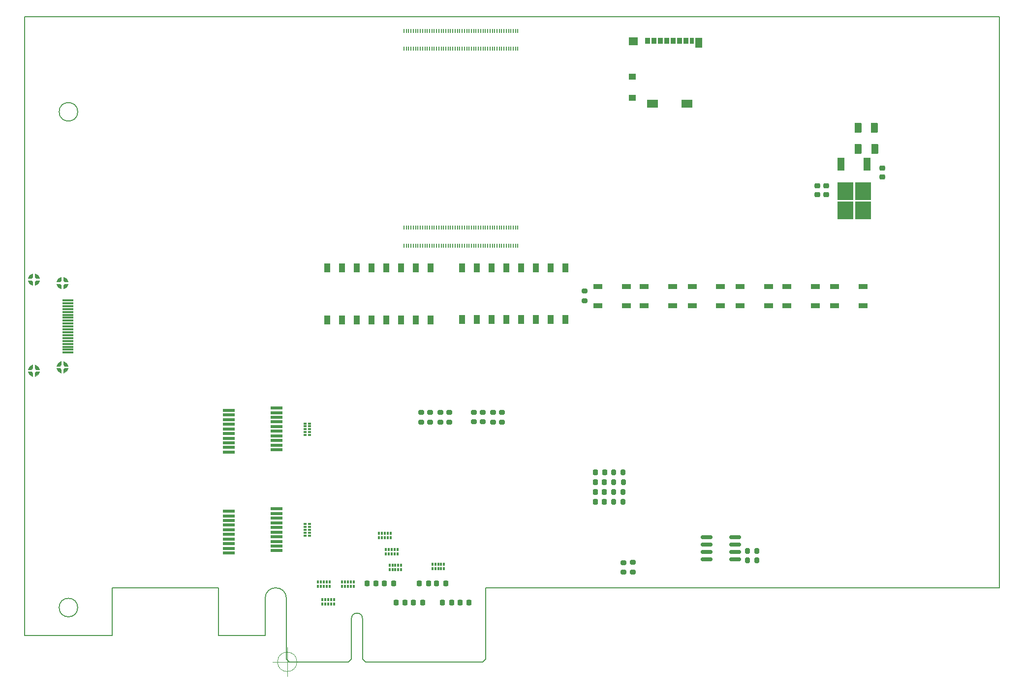
<source format=gtp>
G04 #@! TF.GenerationSoftware,KiCad,Pcbnew,8.0.4*
G04 #@! TF.CreationDate,2024-08-19T13:54:33+02:00*
G04 #@! TF.ProjectId,ULX4M-PCIe-IO_x4_half,554c5834-4d2d-4504-9349-652d494f5f78,rev?*
G04 #@! TF.SameCoordinates,Original*
G04 #@! TF.FileFunction,Paste,Top*
G04 #@! TF.FilePolarity,Positive*
%FSLAX46Y46*%
G04 Gerber Fmt 4.6, Leading zero omitted, Abs format (unit mm)*
G04 Created by KiCad (PCBNEW 8.0.4) date 2024-08-19 13:54:33*
%MOMM*%
%LPD*%
G01*
G04 APERTURE LIST*
G04 Aperture macros list*
%AMRoundRect*
0 Rectangle with rounded corners*
0 $1 Rounding radius*
0 $2 $3 $4 $5 $6 $7 $8 $9 X,Y pos of 4 corners*
0 Add a 4 corners polygon primitive as box body*
4,1,4,$2,$3,$4,$5,$6,$7,$8,$9,$2,$3,0*
0 Add four circle primitives for the rounded corners*
1,1,$1+$1,$2,$3*
1,1,$1+$1,$4,$5*
1,1,$1+$1,$6,$7*
1,1,$1+$1,$8,$9*
0 Add four rect primitives between the rounded corners*
20,1,$1+$1,$2,$3,$4,$5,0*
20,1,$1+$1,$4,$5,$6,$7,0*
20,1,$1+$1,$6,$7,$8,$9,0*
20,1,$1+$1,$8,$9,$2,$3,0*%
G04 Aperture macros list end*
%ADD10C,0.100000*%
%ADD11RoundRect,0.218750X-0.218750X-0.256250X0.218750X-0.256250X0.218750X0.256250X-0.218750X0.256250X0*%
%ADD12RoundRect,0.218750X0.218750X0.256250X-0.218750X0.256250X-0.218750X-0.256250X0.218750X-0.256250X0*%
%ADD13R,1.100000X1.500000*%
%ADD14R,2.000000X0.500000*%
%ADD15R,0.850000X1.100000*%
%ADD16R,0.750000X1.100000*%
%ADD17R,1.200000X1.000000*%
%ADD18R,1.550000X1.350000*%
%ADD19R,1.900000X1.350000*%
%ADD20R,1.170000X1.800000*%
%ADD21R,1.500000X0.900000*%
%ADD22R,0.300000X0.550000*%
%ADD23R,0.400000X0.550000*%
%ADD24RoundRect,0.200000X0.275000X-0.200000X0.275000X0.200000X-0.275000X0.200000X-0.275000X-0.200000X0*%
%ADD25RoundRect,0.225000X-0.250000X0.225000X-0.250000X-0.225000X0.250000X-0.225000X0.250000X0.225000X0*%
%ADD26RoundRect,0.200000X0.200000X0.275000X-0.200000X0.275000X-0.200000X-0.275000X0.200000X-0.275000X0*%
%ADD27R,0.550000X0.300000*%
%ADD28R,0.550000X0.400000*%
%ADD29R,1.900000X0.300000*%
%ADD30R,0.200000X0.700000*%
%ADD31RoundRect,0.150000X-0.825000X-0.150000X0.825000X-0.150000X0.825000X0.150000X-0.825000X0.150000X0*%
%ADD32RoundRect,0.250000X0.375000X0.625000X-0.375000X0.625000X-0.375000X-0.625000X0.375000X-0.625000X0*%
%ADD33R,2.750000X3.050000*%
%ADD34R,1.200000X2.200000*%
G04 #@! TA.AperFunction,Profile*
%ADD35C,0.150000*%
G04 #@! TD*
G04 #@! TA.AperFunction,Profile*
%ADD36C,0.050000*%
G04 #@! TD*
G04 APERTURE END LIST*
D10*
X65800000Y-128650000D02*
X65800000Y-129250000D01*
X65300000Y-128950000D01*
X65000000Y-128450000D01*
X65600000Y-128450000D01*
X65800000Y-128650000D01*
G36*
X65800000Y-128650000D02*
G01*
X65800000Y-129250000D01*
X65300000Y-128950000D01*
X65000000Y-128450000D01*
X65600000Y-128450000D01*
X65800000Y-128650000D01*
G37*
X65800000Y-144350000D02*
X65800000Y-144950000D01*
X65300000Y-144650000D01*
X65000000Y-144150000D01*
X65600000Y-144150000D01*
X65800000Y-144350000D01*
G36*
X65800000Y-144350000D02*
G01*
X65800000Y-144950000D01*
X65300000Y-144650000D01*
X65000000Y-144150000D01*
X65600000Y-144150000D01*
X65800000Y-144350000D01*
G37*
X65800000Y-127850000D02*
X65600000Y-128050000D01*
X65000000Y-128050000D01*
X65300000Y-127550000D01*
X65800000Y-127250000D01*
X65800000Y-127850000D01*
G36*
X65800000Y-127850000D02*
G01*
X65600000Y-128050000D01*
X65000000Y-128050000D01*
X65300000Y-127550000D01*
X65800000Y-127250000D01*
X65800000Y-127850000D01*
G37*
X65800000Y-143550000D02*
X65600000Y-143750000D01*
X65000000Y-143750000D01*
X65300000Y-143250000D01*
X65800000Y-142950000D01*
X65800000Y-143550000D01*
G36*
X65800000Y-143550000D02*
G01*
X65600000Y-143750000D01*
X65000000Y-143750000D01*
X65300000Y-143250000D01*
X65800000Y-142950000D01*
X65800000Y-143550000D01*
G37*
X66700000Y-127550000D02*
X67000000Y-128050000D01*
X66400000Y-128050000D01*
X66200000Y-127850000D01*
X66200000Y-127250000D01*
X66700000Y-127550000D01*
G36*
X66700000Y-127550000D02*
G01*
X67000000Y-128050000D01*
X66400000Y-128050000D01*
X66200000Y-127850000D01*
X66200000Y-127250000D01*
X66700000Y-127550000D01*
G37*
X66700000Y-143250000D02*
X67000000Y-143750000D01*
X66400000Y-143750000D01*
X66200000Y-143550000D01*
X66200000Y-142950000D01*
X66700000Y-143250000D01*
G36*
X66700000Y-143250000D02*
G01*
X67000000Y-143750000D01*
X66400000Y-143750000D01*
X66200000Y-143550000D01*
X66200000Y-142950000D01*
X66700000Y-143250000D01*
G37*
X66700000Y-128950000D02*
X66200000Y-129250000D01*
X66200000Y-128650000D01*
X66400000Y-128450000D01*
X67000000Y-128450000D01*
X66700000Y-128950000D01*
G36*
X66700000Y-128950000D02*
G01*
X66200000Y-129250000D01*
X66200000Y-128650000D01*
X66400000Y-128450000D01*
X67000000Y-128450000D01*
X66700000Y-128950000D01*
G37*
X66700000Y-144650000D02*
X66200000Y-144950000D01*
X66200000Y-144350000D01*
X66400000Y-144150000D01*
X67000000Y-144150000D01*
X66700000Y-144650000D01*
G36*
X66700000Y-144650000D02*
G01*
X66200000Y-144950000D01*
X66200000Y-144350000D01*
X66400000Y-144150000D01*
X67000000Y-144150000D01*
X66700000Y-144650000D01*
G37*
X70700000Y-129250000D02*
X70700000Y-129850000D01*
X70200000Y-129550000D01*
X69900000Y-129050000D01*
X70500000Y-129050000D01*
X70700000Y-129250000D01*
G36*
X70700000Y-129250000D02*
G01*
X70700000Y-129850000D01*
X70200000Y-129550000D01*
X69900000Y-129050000D01*
X70500000Y-129050000D01*
X70700000Y-129250000D01*
G37*
X70700000Y-143750000D02*
X70700000Y-144350000D01*
X70200000Y-144050000D01*
X69900000Y-143550000D01*
X70500000Y-143550000D01*
X70700000Y-143750000D01*
G36*
X70700000Y-143750000D02*
G01*
X70700000Y-144350000D01*
X70200000Y-144050000D01*
X69900000Y-143550000D01*
X70500000Y-143550000D01*
X70700000Y-143750000D01*
G37*
X70700000Y-128450000D02*
X70500000Y-128650000D01*
X69900000Y-128650000D01*
X70200000Y-128150000D01*
X70700000Y-127850000D01*
X70700000Y-128450000D01*
G36*
X70700000Y-128450000D02*
G01*
X70500000Y-128650000D01*
X69900000Y-128650000D01*
X70200000Y-128150000D01*
X70700000Y-127850000D01*
X70700000Y-128450000D01*
G37*
X70700000Y-142950000D02*
X70500000Y-143150000D01*
X69900000Y-143150000D01*
X70200000Y-142650000D01*
X70700000Y-142350000D01*
X70700000Y-142950000D01*
G36*
X70700000Y-142950000D02*
G01*
X70500000Y-143150000D01*
X69900000Y-143150000D01*
X70200000Y-142650000D01*
X70700000Y-142350000D01*
X70700000Y-142950000D01*
G37*
X71600000Y-128150000D02*
X71900000Y-128650000D01*
X71300000Y-128650000D01*
X71100000Y-128450000D01*
X71100000Y-127850000D01*
X71600000Y-128150000D01*
G36*
X71600000Y-128150000D02*
G01*
X71900000Y-128650000D01*
X71300000Y-128650000D01*
X71100000Y-128450000D01*
X71100000Y-127850000D01*
X71600000Y-128150000D01*
G37*
X71600000Y-142650000D02*
X71900000Y-143150000D01*
X71300000Y-143150000D01*
X71100000Y-142950000D01*
X71100000Y-142350000D01*
X71600000Y-142650000D01*
G36*
X71600000Y-142650000D02*
G01*
X71900000Y-143150000D01*
X71300000Y-143150000D01*
X71100000Y-142950000D01*
X71100000Y-142350000D01*
X71600000Y-142650000D01*
G37*
X71600000Y-129550000D02*
X71100000Y-129850000D01*
X71100000Y-129250000D01*
X71300000Y-129050000D01*
X71900000Y-129050000D01*
X71600000Y-129550000D01*
G36*
X71600000Y-129550000D02*
G01*
X71100000Y-129850000D01*
X71100000Y-129250000D01*
X71300000Y-129050000D01*
X71900000Y-129050000D01*
X71600000Y-129550000D01*
G37*
X71600000Y-144050000D02*
X71100000Y-144350000D01*
X71100000Y-143750000D01*
X71300000Y-143550000D01*
X71900000Y-143550000D01*
X71600000Y-144050000D01*
G36*
X71600000Y-144050000D02*
G01*
X71100000Y-144350000D01*
X71100000Y-143750000D01*
X71300000Y-143550000D01*
X71900000Y-143550000D01*
X71600000Y-144050000D01*
G37*
D11*
X126337500Y-180625000D03*
X127912500Y-180625000D03*
D12*
X124912500Y-180625000D03*
X123337500Y-180625000D03*
D11*
X135337500Y-180625000D03*
X136912500Y-180625000D03*
D12*
X133912500Y-180625000D03*
X132337500Y-180625000D03*
D11*
X139337500Y-183875000D03*
X140912500Y-183875000D03*
D12*
X137912500Y-183875000D03*
X136337500Y-183875000D03*
X129912500Y-183875000D03*
X128337500Y-183875000D03*
D11*
X131337500Y-183875000D03*
X132912500Y-183875000D03*
D13*
X139675000Y-135165000D03*
X142215000Y-135165000D03*
X144755000Y-135165000D03*
X147295000Y-135165000D03*
X149835000Y-135165000D03*
X152375000Y-135165000D03*
X154915000Y-135165000D03*
X157455000Y-135165000D03*
X157455000Y-126265000D03*
X154915000Y-126265000D03*
X152375000Y-126265000D03*
X149835000Y-126265000D03*
X147295000Y-126265000D03*
X144755000Y-126265000D03*
X142215000Y-126265000D03*
X139675000Y-126265000D03*
X116535000Y-135195000D03*
X119075000Y-135195000D03*
X121615000Y-135195000D03*
X124155000Y-135195000D03*
X126695000Y-135195000D03*
X129235000Y-135195000D03*
X131775000Y-135195000D03*
X134315000Y-135195000D03*
X134315000Y-126295000D03*
X131775000Y-126295000D03*
X129235000Y-126295000D03*
X126695000Y-126295000D03*
X124155000Y-126295000D03*
X121615000Y-126295000D03*
X119075000Y-126295000D03*
X116535000Y-126295000D03*
D14*
X99610000Y-150795000D03*
X99610000Y-151595000D03*
X99610000Y-152395000D03*
X99610000Y-153195000D03*
X99610000Y-153995000D03*
X99610000Y-154795000D03*
X99610000Y-155595000D03*
X99610000Y-156395000D03*
X99610000Y-157195000D03*
X99610000Y-157995000D03*
X107810000Y-157595000D03*
X107810000Y-156795000D03*
X107810000Y-155995000D03*
X107810000Y-155195000D03*
X107810000Y-154395000D03*
X107810000Y-153595000D03*
X107810000Y-152795000D03*
X107810000Y-151995000D03*
X107810000Y-151195000D03*
X107810000Y-150395000D03*
X99600000Y-168175000D03*
X99600000Y-168975000D03*
X99600000Y-169775000D03*
X99600000Y-170575000D03*
X99600000Y-171375000D03*
X99600000Y-172175000D03*
X99600000Y-172975000D03*
X99600000Y-173775000D03*
X99600000Y-174575000D03*
X99600000Y-175375000D03*
X107800000Y-174975000D03*
X107800000Y-174175000D03*
X107800000Y-173375000D03*
X107800000Y-172575000D03*
X107800000Y-171775000D03*
X107800000Y-170975000D03*
X107800000Y-170175000D03*
X107800000Y-169375000D03*
X107800000Y-168575000D03*
X107800000Y-167775000D03*
D15*
X171600000Y-87135000D03*
X172700000Y-87135000D03*
X173800000Y-87135000D03*
X174900000Y-87135000D03*
X176000000Y-87135000D03*
X177100000Y-87135000D03*
X178200000Y-87135000D03*
D16*
X179250000Y-87135000D03*
D17*
X168965000Y-93285000D03*
X168965000Y-96985000D03*
D18*
X169140000Y-87260000D03*
D19*
X172465000Y-97960000D03*
X178435000Y-97960000D03*
D20*
X180460000Y-87485000D03*
D21*
X167975000Y-132795000D03*
X167975000Y-129495000D03*
X163075000Y-129495000D03*
X163075000Y-132795000D03*
D11*
X162627500Y-164825000D03*
X164202500Y-164825000D03*
D22*
X119060000Y-181090000D03*
X119060000Y-180320000D03*
X119560000Y-181090000D03*
X119560000Y-180320000D03*
D23*
X120060000Y-181090000D03*
X120060000Y-180320000D03*
D22*
X120560000Y-181090000D03*
X120560000Y-180320000D03*
X121060000Y-181090000D03*
X121060000Y-180320000D03*
D24*
X132675000Y-152830000D03*
X132675000Y-151180000D03*
D25*
X211995000Y-109070000D03*
X211995000Y-110620000D03*
D21*
X175965000Y-132795000D03*
X175965000Y-129495000D03*
X171065000Y-129495000D03*
X171065000Y-132795000D03*
X208725000Y-132785000D03*
X208725000Y-129485000D03*
X203825000Y-129485000D03*
X203825000Y-132785000D03*
X192435000Y-132775000D03*
X192435000Y-129475000D03*
X187535000Y-129475000D03*
X187535000Y-132775000D03*
D26*
X167420000Y-166545000D03*
X165770000Y-166545000D03*
D11*
X162617500Y-166535000D03*
X164192500Y-166535000D03*
D22*
X127230000Y-178285000D03*
X127230000Y-177515000D03*
X127730000Y-178285000D03*
X127730000Y-177515000D03*
D23*
X128230000Y-178285000D03*
X128230000Y-177515000D03*
D22*
X128730000Y-178285000D03*
X128730000Y-177515000D03*
X129230000Y-178285000D03*
X129230000Y-177515000D03*
D24*
X141775000Y-152800000D03*
X141775000Y-151150000D03*
D27*
X112660000Y-170375000D03*
X113430000Y-170375000D03*
X112660000Y-170875000D03*
X113430000Y-170875000D03*
D28*
X112660000Y-171375000D03*
X113430000Y-171375000D03*
D27*
X112660000Y-171875000D03*
X113430000Y-171875000D03*
X112660000Y-172375000D03*
X113430000Y-172375000D03*
D22*
X125410000Y-172770000D03*
X125410000Y-172000000D03*
X125910000Y-172770000D03*
X125910000Y-172000000D03*
D23*
X126410000Y-172770000D03*
X126410000Y-172000000D03*
D22*
X126910000Y-172770000D03*
X126910000Y-172000000D03*
X127410000Y-172770000D03*
X127410000Y-172000000D03*
X117680000Y-183435000D03*
X117680000Y-184205000D03*
X117180000Y-183435000D03*
X117180000Y-184205000D03*
D23*
X116680000Y-183435000D03*
X116680000Y-184205000D03*
D22*
X116180000Y-183435000D03*
X116180000Y-184205000D03*
X115680000Y-183435000D03*
X115680000Y-184205000D03*
X126580000Y-175565000D03*
X126580000Y-174795000D03*
X127080000Y-175565000D03*
X127080000Y-174795000D03*
D23*
X127580000Y-175565000D03*
X127580000Y-174795000D03*
D22*
X128080000Y-175565000D03*
X128080000Y-174795000D03*
X128580000Y-175565000D03*
X128580000Y-174795000D03*
D29*
X71900000Y-140850000D03*
X71900000Y-140350000D03*
X71900000Y-139850000D03*
X71900000Y-139350000D03*
X71900000Y-138850000D03*
X71900000Y-138350000D03*
X71900000Y-137850000D03*
X71900000Y-137350000D03*
X71900000Y-136850000D03*
X71900000Y-136350000D03*
X71900000Y-135850000D03*
X71900000Y-135350000D03*
X71900000Y-134850000D03*
X71900000Y-134350000D03*
X71900000Y-133850000D03*
X71900000Y-133350000D03*
X71900000Y-132850000D03*
X71900000Y-132350000D03*
X71900000Y-131850000D03*
D24*
X134215000Y-152825000D03*
X134215000Y-151175000D03*
D22*
X114900000Y-181145000D03*
X114900000Y-180375000D03*
X115400000Y-181145000D03*
X115400000Y-180375000D03*
D23*
X115900000Y-181145000D03*
X115900000Y-180375000D03*
D22*
X116400000Y-181145000D03*
X116400000Y-180375000D03*
X116900000Y-181145000D03*
X116900000Y-180375000D03*
D24*
X137495000Y-152810000D03*
X137495000Y-151160000D03*
D30*
X129715000Y-122415000D03*
X129715000Y-119335000D03*
X130115000Y-122415000D03*
X130115000Y-119335000D03*
X130515000Y-122415000D03*
X130515000Y-119335000D03*
X130915000Y-122415000D03*
X130915000Y-119335000D03*
X131315000Y-122415000D03*
X131315000Y-119335000D03*
X131715000Y-122415000D03*
X131715000Y-119335000D03*
X132115000Y-122415000D03*
X132115000Y-119335000D03*
X132515000Y-122415000D03*
X132515000Y-119335000D03*
X132915000Y-122415000D03*
X132915000Y-119335000D03*
X133315000Y-122415000D03*
X133315000Y-119335000D03*
X133715000Y-122415000D03*
X133715000Y-119335000D03*
X134115000Y-122415000D03*
X134115000Y-119335000D03*
X134515000Y-122415000D03*
X134515000Y-119335000D03*
X134915000Y-122415000D03*
X134915000Y-119335000D03*
X135315000Y-122415000D03*
X135315000Y-119335000D03*
X135715000Y-122415000D03*
X135715000Y-119335000D03*
X136115000Y-122415000D03*
X136115000Y-119335000D03*
X136515000Y-122415000D03*
X136515000Y-119335000D03*
X136915000Y-122415000D03*
X136915000Y-119335000D03*
X137315000Y-122415000D03*
X137315000Y-119335000D03*
X137715000Y-122415000D03*
X137715000Y-119335000D03*
X138115000Y-122415000D03*
X138115000Y-119335000D03*
X138515000Y-122415000D03*
X138515000Y-119335000D03*
X138915000Y-122415000D03*
X138915000Y-119335000D03*
X139315000Y-122415000D03*
X139315000Y-119335000D03*
X139715000Y-122415000D03*
X139715000Y-119335000D03*
X140115000Y-122415000D03*
X140115000Y-119335000D03*
X140515000Y-122415000D03*
X140515000Y-119335000D03*
X140915000Y-122415000D03*
X140915000Y-119335000D03*
X141315000Y-122415000D03*
X141315000Y-119335000D03*
X141715000Y-122415000D03*
X141715000Y-119335000D03*
X142115000Y-122415000D03*
X142115000Y-119335000D03*
X142515000Y-122415000D03*
X142515000Y-119335000D03*
X142915000Y-122415000D03*
X142915000Y-119335000D03*
X143315000Y-122415000D03*
X143315000Y-119335000D03*
X143715000Y-122415000D03*
X143715000Y-119335000D03*
X144115000Y-122415000D03*
X144115000Y-119335000D03*
X144515000Y-122415000D03*
X144515000Y-119335000D03*
X144915000Y-122415000D03*
X144915000Y-119335000D03*
X145315000Y-122415000D03*
X145315000Y-119335000D03*
X145715000Y-122415000D03*
X145715000Y-119335000D03*
X146115000Y-122415000D03*
X146115000Y-119335000D03*
X146515000Y-122415000D03*
X146515000Y-119335000D03*
X146915000Y-122415000D03*
X146915000Y-119335000D03*
X147315000Y-122415000D03*
X147315000Y-119335000D03*
X147715000Y-122415000D03*
X147715000Y-119335000D03*
X148115000Y-122415000D03*
X148115000Y-119335000D03*
X148515000Y-122415000D03*
X148515000Y-119335000D03*
X148915000Y-122415000D03*
X148915000Y-119335000D03*
X149315000Y-122415000D03*
X149315000Y-119335000D03*
X129715000Y-88495000D03*
X129715000Y-85415000D03*
X130115000Y-88495000D03*
X130115000Y-85415000D03*
X130515000Y-88495000D03*
X130515000Y-85415000D03*
X130915000Y-88495000D03*
X130915000Y-85415000D03*
X131315000Y-88495000D03*
X131315000Y-85415000D03*
X131715000Y-88495000D03*
X131715000Y-85415000D03*
X132115000Y-88495000D03*
X132115000Y-85415000D03*
X132515000Y-88495000D03*
X132515000Y-85415000D03*
X132915000Y-88495000D03*
X132915000Y-85415000D03*
X133315000Y-88495000D03*
X133315000Y-85415000D03*
X133715000Y-88495000D03*
X133715000Y-85415000D03*
X134115000Y-88495000D03*
X134115000Y-85415000D03*
X134515000Y-88495000D03*
X134515000Y-85415000D03*
X134915000Y-88495000D03*
X134915000Y-85415000D03*
X135315000Y-88495000D03*
X135315000Y-85415000D03*
X135715000Y-88495000D03*
X135715000Y-85415000D03*
X136115000Y-88495000D03*
X136115000Y-85415000D03*
X136515000Y-88495000D03*
X136515000Y-85415000D03*
X136915000Y-88495000D03*
X136915000Y-85415000D03*
X137315000Y-88495000D03*
X137315000Y-85415000D03*
X137715000Y-88495000D03*
X137715000Y-85415000D03*
X138115000Y-88495000D03*
X138115000Y-85415000D03*
X138515000Y-88495000D03*
X138515000Y-85415000D03*
X138915000Y-88495000D03*
X138915000Y-85415000D03*
X139315000Y-88495000D03*
X139315000Y-85415000D03*
X139715000Y-88495000D03*
X139715000Y-85415000D03*
X140115000Y-88495000D03*
X140115000Y-85415000D03*
X140515000Y-88495000D03*
X140515000Y-85415000D03*
X140915000Y-88495000D03*
X140915000Y-85415000D03*
X141315000Y-88495000D03*
X141315000Y-85415000D03*
X141715000Y-88495000D03*
X141715000Y-85415000D03*
X142115000Y-88495000D03*
X142115000Y-85415000D03*
X142515000Y-88495000D03*
X142515000Y-85415000D03*
X142915000Y-88495000D03*
X142915000Y-85415000D03*
X143315000Y-88495000D03*
X143315000Y-85415000D03*
X143715000Y-88495000D03*
X143715000Y-85415000D03*
X144115000Y-88495000D03*
X144115000Y-85415000D03*
X144515000Y-88495000D03*
X144515000Y-85415000D03*
X144915000Y-88495000D03*
X144915000Y-85415000D03*
X145315000Y-88495000D03*
X145315000Y-85415000D03*
X145715000Y-88495000D03*
X145715000Y-85415000D03*
X146115000Y-88495000D03*
X146115000Y-85415000D03*
X146515000Y-88495000D03*
X146515000Y-85415000D03*
X146915000Y-88495000D03*
X146915000Y-85415000D03*
X147315000Y-88495000D03*
X147315000Y-85415000D03*
X147715000Y-88495000D03*
X147715000Y-85415000D03*
X148115000Y-88495000D03*
X148115000Y-85415000D03*
X148515000Y-88495000D03*
X148515000Y-85415000D03*
X148915000Y-88495000D03*
X148915000Y-85415000D03*
X149315000Y-88495000D03*
X149315000Y-85415000D03*
D26*
X190430000Y-175055000D03*
X188780000Y-175055000D03*
D21*
X200485000Y-132785000D03*
X200485000Y-129485000D03*
X195585000Y-129485000D03*
X195585000Y-132785000D03*
D24*
X167485000Y-178670000D03*
X167485000Y-177020000D03*
D31*
X181760000Y-172640000D03*
X181760000Y-173910000D03*
X181760000Y-175180000D03*
X181760000Y-176450000D03*
X186710000Y-176450000D03*
X186710000Y-175180000D03*
X186710000Y-173910000D03*
X186710000Y-172640000D03*
D32*
X210705000Y-105785000D03*
X207905000Y-105785000D03*
D24*
X135955000Y-152810000D03*
X135955000Y-151160000D03*
D22*
X134600000Y-178050000D03*
X134600000Y-177280000D03*
X135100000Y-178050000D03*
X135100000Y-177280000D03*
D23*
X135600000Y-178050000D03*
X135600000Y-177280000D03*
D22*
X136100000Y-178050000D03*
X136100000Y-177280000D03*
X136600000Y-178050000D03*
X136600000Y-177280000D03*
D24*
X146545000Y-152810000D03*
X146545000Y-151160000D03*
D11*
X162637500Y-163155000D03*
X164212500Y-163155000D03*
D24*
X145015000Y-152810000D03*
X145015000Y-151160000D03*
X143295000Y-152800000D03*
X143295000Y-151150000D03*
X169055000Y-178650000D03*
X169055000Y-177000000D03*
D26*
X190430000Y-176595000D03*
X188780000Y-176595000D03*
D11*
X162642500Y-161465000D03*
X164217500Y-161465000D03*
D26*
X167420000Y-161475000D03*
X165770000Y-161475000D03*
D21*
X184195000Y-132815000D03*
X184195000Y-129515000D03*
X179295000Y-129515000D03*
X179295000Y-132815000D03*
D25*
X200825000Y-112080000D03*
X200825000Y-113630000D03*
D33*
X208670000Y-113035000D03*
X205620000Y-113035000D03*
X208670000Y-116385000D03*
X205620000Y-116385000D03*
D34*
X209425000Y-108410000D03*
X204865000Y-108410000D03*
D26*
X167420000Y-164825000D03*
X165770000Y-164825000D03*
D25*
X202385000Y-112080000D03*
X202385000Y-113630000D03*
D26*
X167435000Y-163145000D03*
X165785000Y-163145000D03*
D24*
X160805000Y-131920000D03*
X160805000Y-130270000D03*
D27*
X112665000Y-153055000D03*
X113435000Y-153055000D03*
X112665000Y-153555000D03*
X113435000Y-153555000D03*
D28*
X112665000Y-154055000D03*
X113435000Y-154055000D03*
D27*
X112665000Y-154555000D03*
X113435000Y-154555000D03*
X112665000Y-155055000D03*
X113435000Y-155055000D03*
D32*
X210695000Y-102135000D03*
X207895000Y-102135000D03*
D35*
X232127700Y-181375000D02*
X143775000Y-181375000D01*
X109975000Y-194125000D02*
X120175000Y-194125000D01*
X122575000Y-193625000D02*
X123075000Y-194125000D01*
X105825000Y-183200000D02*
G75*
G02*
X109475000Y-183200000I1825000J0D01*
G01*
X79475000Y-189625000D02*
X79475000Y-181375000D01*
X143275000Y-194125000D02*
X123075000Y-194125000D01*
X97825000Y-181375000D02*
X97825000Y-189625000D01*
X232125000Y-82975000D02*
X232127700Y-181375000D01*
X79475000Y-181375000D02*
X97825000Y-181375000D01*
X97825000Y-189625000D02*
X105825000Y-189625000D01*
X73575000Y-99375000D02*
G75*
G02*
X70375000Y-99375000I-1600000J0D01*
G01*
X70375000Y-99375000D02*
G75*
G02*
X73575000Y-99375000I1600000J0D01*
G01*
X64475000Y-82975000D02*
X232125000Y-82975000D01*
X122575000Y-186675000D02*
X122575000Y-193625000D01*
X120675000Y-193625000D02*
X120675000Y-186675000D01*
X109475000Y-193625000D02*
X109975000Y-194125000D01*
X120675000Y-186675000D02*
G75*
G02*
X122575000Y-186675000I950000J0D01*
G01*
X64475000Y-82975000D02*
X64475000Y-189625000D01*
X120175000Y-194125000D02*
X120675000Y-193625000D01*
X143775000Y-181375000D02*
X143775000Y-193625000D01*
X73575000Y-184775000D02*
G75*
G02*
X70375000Y-184775000I-1600000J0D01*
G01*
X70375000Y-184775000D02*
G75*
G02*
X73575000Y-184775000I1600000J0D01*
G01*
X143775000Y-193625000D02*
X143275000Y-194125000D01*
X64475000Y-189625000D02*
X79475000Y-189625000D01*
X105825000Y-189625000D02*
X105825000Y-183200000D01*
X109475000Y-183200000D02*
X109475000Y-193625000D01*
D36*
X111291666Y-194125000D02*
G75*
G02*
X107958334Y-194125000I-1666666J0D01*
G01*
X107958334Y-194125000D02*
G75*
G02*
X111291666Y-194125000I1666666J0D01*
G01*
X107125000Y-194125000D02*
X112125000Y-194125000D01*
X109625000Y-191625000D02*
X109625000Y-196625000D01*
M02*

</source>
